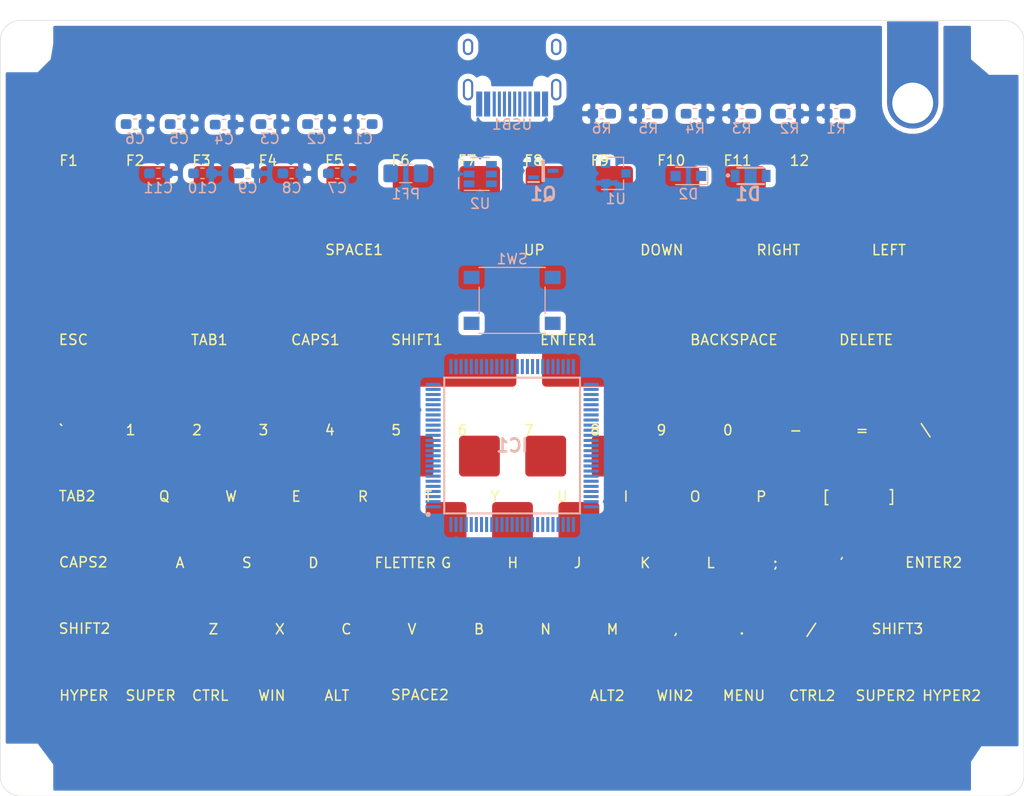
<source format=kicad_pcb>
(kicad_pcb (version 20171130) (host pcbnew "(5.1.2-1)-1")
  (layers (0 F.Cu signal) (31 B.Cu signal) (34 B.Paste user) (35 F.Paste user) (36 B.SilkS user) (37 F.SilkS user) (38 B.Mask user) (39 F.Mask user) (44 Edge.Cuts user))
  (net 0 "")
  (net 1 +3V3)
  (net 2 GND)
  (net 3 +5V)
  (net 4 BOOTO)
  (net 5 NRST)
  (net 6 "Net-(D2-Pad2)")
  (net 7 "Net-(H1-Pad1)")
  (net 8 E1)
  (net 9 E0)
  (net 10 B9)
  (net 11 B8)
  (net 12 B7)
  (net 13 B6)
  (net 14 B5)
  (net 15 B4)
  (net 16 B3)
  (net 17 D7)
  (net 18 D6)
  (net 19 D5)
  (net 20 D4)
  (net 21 D3)
  (net 22 D2)
  (net 23 D1)
  (net 24 D0)
  (net 25 C12)
  (net 26 C11)
  (net 27 C10)
  (net 28 A15)
  (net 29 A14)
  (net 30 F6)
  (net 31 A13)
  (net 32 D+)
  (net 33 D-)
  (net 34 A10)
  (net 35 A9)
  (net 36 A8)
  (net 37 C9)
  (net 38 C8)
  (net 39 C7)
  (net 40 C6)
  (net 41 D15)
  (net 42 D14)
  (net 43 D13)
  (net 44 D12)
  (net 45 D11)
  (net 46 D10)
  (net 47 D9)
  (net 48 D8)
  (net 49 B15)
  (net 50 "Net-(IC1-Pad53)")
  (net 51 "Net-(IC1-Pad52)")
  (net 52 B12)
  (net 53 B11)
  (net 54 B10)
  (net 55 E15)
  (net 56 E14)
  (net 57 E13)
  (net 58 E12)
  (net 59 E11)
  (net 60 E10)
  (net 61 E9)
  (net 62 E8)
  (net 63 E7)
  (net 64 B2)
  (net 65 B1)
  (net 66 B0)
  (net 67 C5)
  (net 68 C4)
  (net 69 A7)
  (net 70 A6)
  (net 71 A5)
  (net 72 A4)
  (net 73 A3)
  (net 74 A2)
  (net 75 A1)
  (net 76 A0)
  (net 77 F3)
  (net 78 F2)
  (net 79 C3)
  (net 80 C2)
  (net 81 C1)
  (net 82 C0)
  (net 83 F1)
  (net 84 F0)
  (net 85 F10)
  (net 86 F9)
  (net 87 "Net-(IC1-Pad9)")
  (net 88 C14)
  (net 89 C13)
  (net 90 E6)
  (net 91 E5)
  (net 92 E4)
  (net 93 E3)
  (net 94 E2)
  (net 95 VBUS)
  (net 96 GNDREF)
  (net 97 "Net-(R5-Pad2)")
  (net 98 "Net-(R6-Pad2)")
  (net 99 "Net-(USB1-Pad3)")
  (net 100 "Net-(USB1-Pad9)")
  (module MountingHole:MountingHole_2.2mm_M2 (layer F.Cu) (at 114.4 137)
    (fp_text reference REF** hide)
    (fp_text value MountingHole_2.2mm_M2 hide)
    (pad 1 np_thru_hole circle (at 0 0) (size 2.2 2.2) (drill 2.2) (layers *.Cu *.Mask))
  )
  (module MountingHole:MountingHole_2.2mm_M2 (layer F.Cu) (at 114.4 66)
    (fp_text reference REF** hide)
    (fp_text value MountingHole_2.2mm_M2 hide)
    (pad 1 np_thru_hole circle (at 0 0) (size 2.2 2.2) (drill 2.2) (layers *.Cu *.Mask))
  )
  (module MountingHole:MountingHole_2.2mm_M2 (layer F.Cu) (at 209.7 137)
    (fp_text reference REF** hide)
    (fp_text value MountingHole_2.2mm_M2 hide)
    (pad 1 np_thru_hole circle (at 0 0) (size 2.2 2.2) (drill 2.2) (layers *.Cu *.Mask))
  )
  (module MountingHole:MountingHole_2.2mm_M2 (layer F.Cu) (at 209.7 66)
    (fp_text reference REF** hide)
    (fp_text value MountingHole_2.2mm_M2 hide)
    (pad 1 np_thru_hole circle (at 0 0) (size 2.2 2.2) (drill 2.2) (layers *.Cu *.Mask))
  )
  (module ckeys:Tiny-Touch-Pad-3u (layer F.Cu) (at 153.1882 85.4812)
    (fp_text reference SPACE1 (at -9.5482 0.4988) (layer F.SilkS) (effects (justify left)))
    (fp_text value Tiny-Touch-Pad hide)
    (pad 1 smd roundrect (at -0.8382 3.0988) (size 17 4) (layers F.Cu F.Paste F.Mask) (roundrect_rratio 0.1) (net 78 F2))
  )
  (module ckeys:Tiny-Touch-Pad-2u (layer F.Cu) (at 201.9328 76.595)
    (fp_text reference PAD13 hide)
    (fp_text value Tiny-Touch-Pad hide)
    (pad 1 smd roundrect (at -0.8128 3.175) (size 10.5 4) (layers F.Cu F.Paste F.Mask) (roundrect_rratio 0.1) (net 81 C1))
  )
  (module ckeys:Tiny-Touch-Pad (layer F.Cu) (at 120.4396 76.4018)
    (fp_text reference F1 (at -2.8448 0.8382) (layer F.SilkS) (effects (justify left)))
    (fp_text value Tiny-Touch-Pad hide)
    (pad 1 smd roundrect (at -0.6096 3.3782) (size 4 4) (layers F.Cu F.Paste F.Mask) (roundrect_rratio 0.1) (net 94 E2))
  )
  (module ckeys:Tiny-Touch-Pad-2.25u (layer F.Cu) (at 201.1228 94.2658)
    (fp_text reference DELETE (at -7.1228 0.5342) (layer F.SilkS) (effects (justify left)))
    (fp_text value Tiny-Touch-Pad hide)
    (pad 1 smd roundrect (at -0.8128 3.1242) (size 12.125 4) (layers F.Cu F.Paste F.Mask) (roundrect_rratio 0.1) (net 67 C5))
  )
  (module ckeys:Tiny-Touch-Pad-2.25u (layer F.Cu) (at 171.8628 94.2658)
    (fp_text reference ENTER1 (at -7.1628 0.5342) (layer F.SilkS) (effects (justify left)))
    (fp_text value Tiny-Touch-Pad hide)
    (pad 1 smd roundrect (at -0.8128 3.1242) (size 12.125 4) (layers F.Cu F.Paste F.Mask) (roundrect_rratio 0.1) (net 69 A7))
  )
  (module ckeys:Tiny-Touch-Pad-1.5u (layer F.Cu) (at 145.109 94.2304)
    (fp_text reference CAPS1 (at -4.809 0.5696) (layer F.SilkS) (effects (justify left)))
    (fp_text value Tiny-Touch-Pad hide)
    (pad 1 smd roundrect (at -0.889 3.1496) (size 7.25 4) (layers F.Cu F.Paste F.Mask) (roundrect_rratio 0.1) (net 71 A5))
  )
  (module ckeys:Tiny-Touch-Pad-1.5u (layer F.Cu) (at 135.349 94.2304)
    (fp_text reference TAB1 (at -4.849 0.5696) (layer F.SilkS) (effects (justify left)))
    (fp_text value Tiny-Touch-Pad hide)
    (pad 1 smd roundrect (at -0.889 3.1496) (size 7.25 4) (layers F.Cu F.Paste F.Mask) (roundrect_rratio 0.1) (net 72 A4))
  )
  (module ckeys:Tiny-Touch-Pad-1.75u (layer F.Cu) (at 202.565 85.4912)
    (fp_text reference LEFT (at -5.365 0.5088) (layer F.SilkS) (effects (justify left)))
    (fp_text value Tiny-Touch-Pad hide)
    (pad 1 smd roundrect (at -0.635 3.0988) (size 8.875 4) (layers F.Cu F.Paste F.Mask) (roundrect_rratio 0.1) (net 74 A2))
  )
  (module ckeys:Tiny-Touch-Pad-2u (layer F.Cu) (at 123.8928 94.205)
    (fp_text reference ESC (at -6.3528 0.585) (layer F.SilkS) (effects (justify left)))
    (fp_text value Tiny-Touch-Pad hide)
    (pad 1 smd roundrect (at -0.8128 3.175) (size 10.5 4) (layers F.Cu F.Paste F.Mask) (roundrect_rratio 0.1) (net 73 A3))
  )
  (module Button_Switch_SMD:SW_Push_1P1T_NO_6x6mm_H9.5mm (layer B.Cu) (at 162.052 90.932 180)
    (fp_text reference SW1 (at 0 4.05) (layer B.SilkS) (effects (justify mirror)))
    (fp_text value SW_Push)
    (pad 2 smd rect (at 3.975 -2.25 180) (size 1.55 1.3) (layers B.Cu B.Paste B.Mask) (net 6 "Net-(D2-Pad2)"))
    (pad 1 smd rect (at 3.975 2.25 180) (size 1.55 1.3) (layers B.Cu B.Paste B.Mask) (net 1 +3V3))
    (pad 1 smd rect (at -3.975 2.25 180) (size 1.55 1.3) (layers B.Cu B.Paste B.Mask) (net 1 +3V3))
    (pad 2 smd rect (at -3.975 -2.25 180) (size 1.55 1.3) (layers B.Cu B.Paste B.Mask) (net 6 "Net-(D2-Pad2)"))
  )
  (module Diode_SMD:D_SOD-323_HandSoldering (layer B.Cu) (at 179.324 78.74 180)
    (fp_text reference D2 (at 0 -1.778) (layer B.SilkS) (effects (justify mirror)))
    (fp_text value 1N4148)
    (pad 2 smd rect (at 1.25 0 180) (size 1 1) (layers B.Cu B.Paste B.Mask) (net 6 "Net-(D2-Pad2)"))
    (pad 1 smd rect (at -1.25 0 180) (size 1 1) (layers B.Cu B.Paste B.Mask) (net 4 BOOTO))
  )
  (module Type-C:HRO-TYPE-C-31-M-12-HandSoldering (layer B.Cu) (at 162.052 63.5)
    (fp_text reference USB1 (at 0 10.2) (layer B.SilkS) (effects (justify mirror)))
    (fp_text value HRO-TYPE-C-31-M-12)
    (pad 12 smd rect (at 3.225 8.195) (size 0.6 2.45) (layers B.Cu B.Paste B.Mask) (net 2 GND))
    (pad 1 smd rect (at -3.225 8.195) (size 0.6 2.45) (layers B.Cu B.Paste B.Mask) (net 2 GND))
    (pad 11 smd rect (at 2.45 8.195) (size 0.6 2.45) (layers B.Cu B.Paste B.Mask) (net 95 VBUS))
    (pad 2 smd rect (at -2.45 8.195) (size 0.6 2.45) (layers B.Cu B.Paste B.Mask) (net 95 VBUS))
    (pad 3 smd rect (at -1.75 8.195) (size 0.3 2.45) (layers B.Cu B.Paste B.Mask) (net 99 "Net-(USB1-Pad3)"))
    (pad 10 smd rect (at 1.75 8.195) (size 0.3 2.45) (layers B.Cu B.Paste B.Mask) (net 98 "Net-(R6-Pad2)"))
    (pad 4 smd rect (at -1.25 8.195) (size 0.3 2.45) (layers B.Cu B.Paste B.Mask) (net 97 "Net-(R5-Pad2)"))
    (pad 9 smd rect (at 1.25 8.195) (size 0.3 2.45) (layers B.Cu B.Paste B.Mask) (net 100 "Net-(USB1-Pad9)"))
    (pad 5 smd rect (at -0.75 8.195) (size 0.3 2.45) (layers B.Cu B.Paste B.Mask) (net 33 D-))
    (pad 8 smd rect (at 0.75 8.195) (size 0.3 2.45) (layers B.Cu B.Paste B.Mask) (net 32 D+))
    (pad 7 smd rect (at 0.25 8.195) (size 0.3 2.45) (layers B.Cu B.Paste B.Mask) (net 33 D-))
    (pad 6 smd rect (at -0.25 8.195) (size 0.3 2.45) (layers B.Cu B.Paste B.Mask) (net 32 D+))
    (pad "" np_thru_hole circle (at 2.89 6.25) (size 0.65 0.65) (drill 0.65) (layers *.Cu *.Mask))
    (pad "" np_thru_hole circle (at -2.89 6.25) (size 0.65 0.65) (drill 0.65) (layers *.Cu *.Mask))
    (pad 13 thru_hole oval (at -4.32 6.78) (size 1 2.1) (drill oval 0.6 1.7) (layers *.Cu F.Mask) (net 96 GNDREF))
    (pad 13 thru_hole oval (at 4.32 6.78) (size 1 2.1) (drill oval 0.6 1.7) (layers *.Cu F.Mask) (net 96 GNDREF))
    (pad 13 thru_hole oval (at -4.32 2.6) (size 1 1.6) (drill oval 0.6 1.2) (layers *.Cu F.Mask) (net 96 GNDREF))
    (pad 13 thru_hole oval (at 4.32 2.6) (size 1 1.6) (drill oval 0.6 1.2) (layers *.Cu F.Mask) (net 96 GNDREF))
  )
  (module Package_TO_SOT_SMD:SOT-23-6 (layer B.Cu) (at 158.92 78.552)
    (fp_text reference U2 (at 0 2.9) (layer B.SilkS) (effects (justify mirror)))
    (fp_text value SRV05-4)
    (pad 5 smd rect (at 1.1 0) (size 1.06 0.65) (layers B.Cu B.Paste B.Mask) (net 95 VBUS))
    (pad 6 smd rect (at 1.1 0.95) (size 1.06 0.65) (layers B.Cu B.Paste B.Mask) (net 32 D+))
    (pad 4 smd rect (at 1.1 -0.95) (size 1.06 0.65) (layers B.Cu B.Paste B.Mask) (net 33 D-))
    (pad 3 smd rect (at -1.1 -0.95) (size 1.06 0.65) (layers B.Cu B.Paste B.Mask) (net 32 D+))
    (pad 2 smd rect (at -1.1 0) (size 1.06 0.65) (layers B.Cu B.Paste B.Mask) (net 2 GND))
    (pad 1 smd rect (at -1.1 0.95) (size 1.06 0.65) (layers B.Cu B.Paste B.Mask) (net 33 D-))
  )
  (module Package_TO_SOT_SMD:SOT-23 (layer B.Cu) (at 172.212 78.486)
    (fp_text reference U1 (at 0 2.5) (layer B.SilkS) (effects (justify mirror)))
    (fp_text value MCP1700-3002E_SOT23)
    (pad 3 smd rect (at 1 0) (size 0.9 0.8) (layers B.Cu B.Paste B.Mask) (net 3 +5V))
    (pad 2 smd rect (at -1 -0.95) (size 0.9 0.8) (layers B.Cu B.Paste B.Mask) (net 1 +3V3))
    (pad 1 smd rect (at -1 0.95) (size 0.9 0.8) (layers B.Cu B.Paste B.Mask) (net 2 GND))
  )
  (module Resistor_SMD:R_0603_1608Metric_Pad1.05x0.95mm_HandSolder (layer B.Cu) (at 170.829 72.644)
    (fp_text reference R6 (at 0 1.43) (layer B.SilkS) (effects (justify mirror)))
    (fp_text value 5k1)
    (pad 2 smd roundrect (at 0.875 0) (size 1.05 0.95) (layers B.Cu B.Paste B.Mask) (net 98 "Net-(R6-Pad2)"))
    (pad 1 smd roundrect (at -0.875 0) (size 1.05 0.95) (layers B.Cu B.Paste B.Mask) (net 2 GND))
  )
  (module Resistor_SMD:R_0603_1608Metric_Pad1.05x0.95mm_HandSolder (layer B.Cu) (at 175.401 72.644)
    (fp_text reference R5 (at 0 1.43) (layer B.SilkS) (effects (justify mirror)))
    (fp_text value 5k1)
    (pad 2 smd roundrect (at 0.875 0) (size 1.05 0.95) (layers B.Cu B.Paste B.Mask) (net 97 "Net-(R5-Pad2)"))
    (pad 1 smd roundrect (at -0.875 0) (size 1.05 0.95) (layers B.Cu B.Paste B.Mask) (net 2 GND))
  )
  (module Resistor_SMD:R_0603_1608Metric_Pad1.05x0.95mm_HandSolder (layer B.Cu) (at 179.973 72.644)
    (fp_text reference R4 (at 0 1.43) (layer B.SilkS) (effects (justify mirror)))
    (fp_text value 100K)
    (pad 2 smd roundrect (at 0.875 0) (size 1.05 0.95) (layers B.Cu B.Paste B.Mask) (net 2 GND))
    (pad 1 smd roundrect (at -0.875 0) (size 1.05 0.95) (layers B.Cu B.Paste B.Mask) (net 4 BOOTO))
  )
  (module Resistor_SMD:R_0603_1608Metric_Pad1.05x0.95mm_HandSolder (layer B.Cu) (at 184.545 72.644)
    (fp_text reference R3 (at 0 1.43) (layer B.SilkS) (effects (justify mirror)))
    (fp_text value 1M)
    (pad 2 smd roundrect (at 0.875 0) (size 1.05 0.95) (layers B.Cu B.Paste B.Mask) (net 96 GNDREF))
    (pad 1 smd roundrect (at -0.875 0) (size 1.05 0.95) (layers B.Cu B.Paste B.Mask) (net 2 GND))
  )
  (module Resistor_SMD:R_0603_1608Metric_Pad1.05x0.95mm_HandSolder (layer B.Cu) (at 189.23 72.644)
    (fp_text reference R2 (at 0 1.43) (layer B.SilkS) (effects (justify mirror)))
    (fp_text value 100K)
    (pad 2 smd roundrect (at 0.875 0) (size 1.05 0.95) (layers B.Cu B.Paste B.Mask) (net 2 GND))
    (pad 1 smd roundrect (at -0.875 0) (size 1.05 0.95) (layers B.Cu B.Paste B.Mask) (net 1 +3V3))
  )
  (module Resistor_SMD:R_0603_1608Metric_Pad1.05x0.95mm_HandSolder (layer B.Cu) (at 193.802 72.644)
    (fp_text reference R1 (at 0 1.43) (layer B.SilkS) (effects (justify mirror)))
    (fp_text value 100K)
    (pad 2 smd roundrect (at 0.875 0) (size 1.05 0.95) (layers B.Cu B.Paste B.Mask) (net 3 +5V))
    (pad 1 smd roundrect (at -0.875 0) (size 1.05 0.95) (layers B.Cu B.Paste B.Mask) (net 2 GND))
  )
  (module ckeys:SOT65P210X100-3N (layer B.Cu) (at 165.1 78.232)
    (fp_text reference Q1 (at 0 2.286) (layer B.SilkS) (effects (font (size 1.27 1.27) (thickness 0.254)) (justify mirror)))
    (fp_text value DTC123J hide)
    (pad 3 smd rect (at 0.95 0 270) (size 0.4 1.05) (layers B.Cu B.Paste B.Mask) (net 5 NRST))
    (pad 2 smd rect (at -0.95 -0.65 270) (size 0.4 1.05) (layers B.Cu B.Paste B.Mask) (net 2 GND))
    (pad 1 smd rect (at -0.95 0.65 270) (size 0.4 1.05) (layers B.Cu B.Paste B.Mask) (net 6 "Net-(D2-Pad2)"))
  )
  (module Fuse:Fuse_1206_3216Metric_Pad1.42x1.75mm_HandSolder (layer B.Cu) (at 151.638 78.486)
    (fp_text reference PF1 (at 0 2.032) (layer B.SilkS) (effects (justify mirror)))
    (fp_text value 500mA)
    (pad 2 smd roundrect (at 1.4875 0) (size 1.425 1.75) (layers B.Cu B.Paste B.Mask) (roundrect_rratio 0.175439) (net 95 VBUS))
    (pad 1 smd roundrect (at -1.4875 0) (size 1.425 1.75) (layers B.Cu B.Paste B.Mask) (roundrect_rratio 0.175439) (net 3 +5V))
  )
  (module ckeys:Tiny-Touch-Pad (layer F.Cu) (at 204.9796 128.8218)
    (fp_text reference HYPER2 (at -2.8448 0.8382) (layer F.SilkS) (effects (justify left)))
    (fp_text value Tiny-Touch-Pad hide)
    (pad 1 smd roundrect (at -0.6096 3.3782) (size 4 4) (layers F.Cu F.Paste F.Mask) (roundrect_rratio 0.1) (net 13 B6))
  )
  (module ckeys:Tiny-Touch-Pad (layer F.Cu) (at 198.4496 128.8218)
    (fp_text reference SUPER2 (at -2.8448 0.8382) (layer F.SilkS) (effects (justify left)))
    (fp_text value Tiny-Touch-Pad hide)
    (pad 1 smd roundrect (at -0.6096 3.3782) (size 4 4) (layers F.Cu F.Paste F.Mask) (roundrect_rratio 0.1) (net 12 B7))
  )
  (module ckeys:Tiny-Touch-Pad (layer F.Cu) (at 191.9396 128.8218)
    (fp_text reference CTRL2 (at -2.8448 0.8382) (layer F.SilkS) (effects (justify left)))
    (fp_text value Tiny-Touch-Pad hide)
    (pad 1 smd roundrect (at -0.6096 3.3782) (size 4 4) (layers F.Cu F.Paste F.Mask) (roundrect_rratio 0.1) (net 11 B8))
  )
  (module ckeys:Tiny-Touch-Pad (layer F.Cu) (at 185.4396 128.8218)
    (fp_text reference MENU (at -2.8448 0.8382) (layer F.SilkS) (effects (justify left)))
    (fp_text value Tiny-Touch-Pad hide)
    (pad 1 smd roundrect (at -0.6096 3.3782) (size 4 4) (layers F.Cu F.Paste F.Mask) (roundrect_rratio 0.1) (net 8 E1))
  )
  (module ckeys:Tiny-Touch-Pad (layer F.Cu) (at 178.9396 128.8218)
    (fp_text reference WIN2 (at -2.8448 0.8382) (layer F.SilkS) (effects (justify left)))
    (fp_text value Tiny-Touch-Pad hide)
    (pad 1 smd roundrect (at -0.6096 3.3782) (size 4 4) (layers F.Cu F.Paste F.Mask) (roundrect_rratio 0.1) (net 10 B9))
  )
  (module ckeys:Tiny-Touch-Pad (layer F.Cu) (at 172.4296 128.8218)
    (fp_text reference ALT2 (at -2.8448 0.8382) (layer F.SilkS) (effects (justify left)))
    (fp_text value Tiny-Touch-Pad hide)
    (pad 1 smd roundrect (at -0.6096 3.3782) (size 4 4) (layers F.Cu F.Paste F.Mask) (roundrect_rratio 0.1) (net 9 E0))
  )
  (module ckeys:Tiny-Touch-Pad-3u (layer F.Cu) (at 159.6582 129.0912)
    (fp_text reference SPACE2 (at -9.5782 0.4988) (layer F.SilkS) (effects (justify left)))
    (fp_text value Tiny-Touch-Pad hide)
    (pad 1 smd roundrect (at -0.8382 3.0988) (size 17 4) (layers F.Cu F.Paste F.Mask) (roundrect_rratio 0.1) (net 78 F2))
  )
  (module ckeys:Tiny-Touch-Pad (layer F.Cu) (at 146.4196 128.8118)
    (fp_text reference ALT (at -2.8448 0.8382) (layer F.SilkS) (effects (justify left)))
    (fp_text value Tiny-Touch-Pad hide)
    (pad 1 smd roundrect (at -0.6096 3.3782) (size 4 4) (layers F.Cu F.Paste F.Mask) (roundrect_rratio 0.1) (net 9 E0))
  )
  (module ckeys:Tiny-Touch-Pad (layer F.Cu) (at 139.9196 128.8118)
    (fp_text reference WIN (at -2.8448 0.8382) (layer F.SilkS) (effects (justify left)))
    (fp_text value Tiny-Touch-Pad hide)
    (pad 1 smd roundrect (at -0.6096 3.3782) (size 4 4) (layers F.Cu F.Paste F.Mask) (roundrect_rratio 0.1) (net 10 B9))
  )
  (module ckeys:Tiny-Touch-Pad (layer F.Cu) (at 133.4296 128.8118)
    (fp_text reference CTRL (at -2.8448 0.8382) (layer F.SilkS) (effects (justify left)))
    (fp_text value Tiny-Touch-Pad hide)
    (pad 1 smd roundrect (at -0.6096 3.3782) (size 4 4) (layers F.Cu F.Paste F.Mask) (roundrect_rratio 0.1) (net 11 B8))
  )
  (module ckeys:Tiny-Touch-Pad (layer F.Cu) (at 126.9296 128.8118)
    (fp_text reference SUPER (at -2.8448 0.8382) (layer F.SilkS) (effects (justify left)))
    (fp_text value Tiny-Touch-Pad hide)
    (pad 1 smd roundrect (at -0.6096 3.3782) (size 4 4) (layers F.Cu F.Paste F.Mask) (roundrect_rratio 0.1) (net 12 B7))
  )
  (module ckeys:Tiny-Touch-Pad (layer F.Cu) (at 120.4296 128.8118)
    (fp_text reference HYPER (at -2.8448 0.8382) (layer F.SilkS) (effects (justify left)))
    (fp_text value Tiny-Touch-Pad hide)
    (pad 1 smd roundrect (at -0.6096 3.3782) (size 4 4) (layers F.Cu F.Paste F.Mask) (roundrect_rratio 0.1) (net 13 B6))
  )
  (module ckeys:Tiny-Touch-Pad-1.75u (layer F.Cu) (at 202.565 122.5912)
    (fp_text reference SHIFT3 (at -5.375 0.5288) (layer F.SilkS) (effects (justify left)))
    (fp_text value Tiny-Touch-Pad hide)
    (pad 1 smd roundrect (at -0.635 3.0988) (size 8.875 4) (layers F.Cu F.Paste F.Mask) (roundrect_rratio 0.1) (net 70 A6))
  )
  (module ckeys:Tiny-Touch-Pad (layer F.Cu) (at 193.5896 122.32)
    (fp_text reference / (at -2.8448 0.8382) (layer F.SilkS) (effects (justify left)))
    (fp_text value Tiny-Touch-Pad hide)
    (pad 1 smd roundrect (at -0.6096 3.3782) (size 4 4) (layers F.Cu F.Paste F.Mask) (roundrect_rratio 0.1) (net 14 B5))
  )
  (module ckeys:Tiny-Touch-Pad (layer F.Cu) (at 187.0696 122.3218)
    (fp_text reference . (at -2.8448 0.8382) (layer F.SilkS) (effects (justify left)))
    (fp_text value Tiny-Touch-Pad hide)
    (pad 1 smd roundrect (at -0.6096 3.3782) (size 4 4) (layers F.Cu F.Paste F.Mask) (roundrect_rratio 0.1) (net 15 B4))
  )
  (module ckeys:Tiny-Touch-Pad (layer F.Cu) (at 180.5696 122.3218)
    (fp_text reference , (at -2.8448 0.8382) (layer F.SilkS) (effects (justify left)))
    (fp_text value Tiny-Touch-Pad hide)
    (pad 1 smd roundrect (at -0.6096 3.3782) (size 4 4) (layers F.Cu F.Paste F.Mask) (roundrect_rratio 0.1) (net 16 B3))
  )
  (module ckeys:Tiny-Touch-Pad (layer F.Cu) (at 174.0596 122.3218)
    (fp_text reference M (at -2.8448 0.8382) (layer F.SilkS) (effects (justify left)))
    (fp_text value Tiny-Touch-Pad hide)
    (pad 1 smd roundrect (at -0.6096 3.3782) (size 4 4) (layers F.Cu F.Paste F.Mask) (roundrect_rratio 0.1) (net 17 D7))
  )
  (module ckeys:Tiny-Touch-Pad (layer F.Cu) (at 167.5596 122.3118)
    (fp_text reference N (at -2.8448 0.8382) (layer F.SilkS) (effects (justify left)))
    (fp_text value Tiny-Touch-Pad hide)
    (pad 1 smd roundrect (at -0.6096 3.3782) (size 4 4) (layers F.Cu F.Paste F.Mask) (roundrect_rratio 0.1) (net 18 D6))
  )
  (module ckeys:Tiny-Touch-Pad (layer F.Cu) (at 161.0596 122.3118)
    (fp_text reference B (at -2.8448 0.8382) (layer F.SilkS) (effects (justify left)))
    (fp_text value Tiny-Touch-Pad hide)
    (pad 1 smd roundrect (at -0.6096 3.3782) (size 4 4) (layers F.Cu F.Paste F.Mask) (roundrect_rratio 0.1) (net 19 D5))
  )
  (module ckeys:Tiny-Touch-Pad (layer F.Cu) (at 154.5596 122.3118)
    (fp_text reference V (at -2.8448 0.8382) (layer F.SilkS) (effects (justify left)))
    (fp_text value Tiny-Touch-Pad hide)
    (pad 1 smd roundrect (at -0.6096 3.3782) (size 4 4) (layers F.Cu F.Paste F.Mask) (roundrect_rratio 0.1) (net 20 D4))
  )
  (module ckeys:Tiny-Touch-Pad (layer F.Cu) (at 148.0596 122.3118)
    (fp_text reference C (at -2.8448 0.8382) (layer F.SilkS) (effects (justify left)))
    (fp_text value Tiny-Touch-Pad hide)
    (pad 1 smd roundrect (at -0.6096 3.3782) (size 4 4) (layers F.Cu F.Paste F.Mask) (roundrect_rratio 0.1) (net 21 D3))
  )
  (module ckeys:Tiny-Touch-Pad (layer F.Cu) (at 141.5596 122.3118)
    (fp_text reference X (at -2.8448 0.8382) (layer F.SilkS) (effects (justify left)))
    (fp_text value Tiny-Touch-Pad hide)
    (pad 1 smd roundrect (at -0.6096 3.3782) (size 4 4) (layers F.Cu F.Paste F.Mask) (roundrect_rratio 0.1) (net 22 D2))
  )
  (module ckeys:Tiny-Touch-Pad (layer F.Cu) (at 135.0596 122.3118)
    (fp_text reference Z (at -2.8448 0.8382) (layer F.SilkS) (effects (justify left)))
    (fp_text value Tiny-Touch-Pad hide)
    (pad 1 smd roundrect (at -0.6096 3.3782) (size 4 4) (layers F.Cu F.Paste F.Mask) (roundrect_rratio 0.1) (net 23 D1))
  )
  (module ckeys:Tiny-Touch-Pad-2.25u (layer F.Cu) (at 124.7028 122.5658)
    (fp_text reference SHIFT2 (at -7.1728 0.5242) (layer F.SilkS) (effects (justify left)))
    (fp_text value Tiny-Touch-Pad hide)
    (pad 1 smd roundrect (at -0.8128 3.1242) (size 12.125 4) (layers F.Cu F.Paste F.Mask) (roundrect_rratio 0.1) (net 70 A6))
  )
  (module ckeys:Tiny-Touch-Pad-1.25u (layer F.Cu) (at 204.3728 115.9234)
    (fp_text reference ENTER2 (at -3.9028 0.6966) (layer F.SilkS) (effects (justify left)))
    (fp_text value Tiny-Touch-Pad hide)
    (pad 1 smd roundrect (at -0.8128 3.2766) (size 5.625 4) (layers F.Cu F.Paste F.Mask) (roundrect_rratio 0.1) (net 69 A7))
  )
  (module ckeys:Tiny-Touch-Pad (layer F.Cu) (at 196.8496 115.8218)
    (fp_text reference ' (at -2.8448 0.8382) (layer F.SilkS) (effects (justify left)))
    (fp_text value Tiny-Touch-Pad hide)
    (pad 1 smd roundrect (at -0.6096 3.3782) (size 4 4) (layers F.Cu F.Paste F.Mask) (roundrect_rratio 0.1) (net 24 D0))
  )
  (module ckeys:Tiny-Touch-Pad (layer F.Cu) (at 190.3496 115.8218)
    (fp_text reference ; (at -2.8448 0.8382) (layer F.SilkS) (effects (justify left)))
    (fp_text value Tiny-Touch-Pad hide)
    (pad 1 smd roundrect (at -0.6096 3.3782) (size 4 4) (layers F.Cu F.Paste F.Mask) (roundrect_rratio 0.1) (net 25 C12))
  )
  (module ckeys:Tiny-Touch-Pad (layer F.Cu) (at 183.8396 115.8218)
    (fp_text reference L (at -2.8448 0.8382) (layer F.SilkS) (effects (justify left)))
    (fp_text value Tiny-Touch-Pad hide)
    (pad 1 smd roundrect (at -0.6096 3.3782) (size 4 4) (layers F.Cu F.Paste F.Mask) (roundrect_rratio 0.1) (net 26 C11))
  )
  (module ckeys:Tiny-Touch-Pad (layer F.Cu) (at 177.3396 115.8218)
    (fp_text reference K (at -2.8448 0.8382) (layer F.SilkS) (effects (justify left)))
    (fp_text value Tiny-Touch-Pad hide)
    (pad 1 smd roundrect (at -0.6096 3.3782) (size 4 4) (layers F.Cu F.Paste F.Mask) (roundrect_rratio 0.1) (net 27 C10))
  )
  (module ckeys:Tiny-Touch-Pad (layer F.Cu) (at 170.8396 115.8118)
    (fp_text reference J (at -2.8448 0.8382) (layer F.SilkS) (effects (justify left)))
    (fp_text value Tiny-Touch-Pad hide)
    (pad 1 smd roundrect (at -0.6096 3.3782) (size 4 4) (layers F.Cu F.Paste F.Mask) (roundrect_rratio 0.1) (net 30 F6))
  )
  (module ckeys:Tiny-Touch-Pad (layer F.Cu) (at 164.3396 115.8118)
    (fp_text reference H (at -2.8448 0.8382) (layer F.SilkS) (effects (justify left)))
    (fp_text value Tiny-Touch-Pad hide)
    (pad 1 smd roundrect (at -0.6096 3.3782) (size 4 4) (layers F.Cu F.Paste F.Mask) (roundrect_rratio 0.1) (net 31 A13))
  )
  (module ckeys:Tiny-Touch-Pad (layer F.Cu) (at 157.8296 115.8118)
    (fp_text reference G (at -2.8448 0.8382) (layer F.SilkS) (effects (justify left)))
    (fp_text value Tiny-Touch-Pad hide)
    (pad 1 smd roundrect (at -0.6096 3.3782) (size 4 4) (layers F.Cu F.Paste F.Mask) (roundrect_rratio 0.1) (net 34 A10))
  )
  (module ckeys:Tiny-Touch-Pad (layer F.Cu) (at 151.3296 115.8118)
    (fp_text reference FLETTER (at -2.8448 0.8382) (layer F.SilkS) (effects (justify left)))
    (fp_text value Tiny-Touch-Pad hide)
    (pad 1 smd roundrect (at -0.6096 3.3782) (size 4 4) (layers F.Cu F.Paste F.Mask) (roundrect_rratio 0.1) (net 35 A9))
  )
  (module ckeys:Tiny-Touch-Pad (layer F.Cu) (at 144.8296 115.8118)
    (fp_text reference D (at -2.8448 0.8382) (layer F.SilkS) (effects (justify left)))
    (fp_text value Tiny-Touch-Pad hide)
    (pad 1 smd roundrect (at -0.6096 3.3782) (size 4 4) (layers F.Cu F.Paste F.Mask) (roundrect_rratio 0.1) (net 36 A8))
  )
  (module ckeys:Tiny-Touch-Pad (layer F.Cu) (at 138.3296 115.8018)
    (fp_text reference S (at -2.8448 0.8382) (layer F.SilkS) (effects (justify left)))
    (fp_text value Tiny-Touch-Pad hide)
    (pad 1 smd roundrect (at -0.6096 3.3782) (size 4 4) (layers F.Cu F.Paste F.Mask) (roundrect_rratio 0.1) (net 37 C9))
  )
  (module ckeys:Tiny-Touch-Pad (layer F.Cu) (at 131.8296 115.8018)
    (fp_text reference A (at -2.8448 0.8382) (layer F.SilkS) (effects (justify left)))
    (fp_text value Tiny-Touch-Pad hide)
    (pad 1 smd roundrect (at -0.6096 3.3782) (size 4 4) (layers F.Cu F.Paste F.Mask) (roundrect_rratio 0.1) (net 38 C8))
  )
  (module ckeys:Tiny-Touch-Pad-1.75u (layer F.Cu) (at 122.905 116.0812)
    (fp_text reference CAPS2 (at -5.35 0.51) (layer F.SilkS) (effects (justify left)))
    (fp_text value Tiny-Touch-Pad hide)
    (pad 1 smd roundrect (at -0.635 3.0988) (size 8.875 4) (layers F.Cu F.Paste F.Mask) (roundrect_rratio 0.1) (net 71 A5))
  )
  (module ckeys:Tiny-Touch-Pad-1.5u (layer F.Cu) (at 203.639 109.5504)
    (fp_text reference ] (at -4.8 0.57) (layer F.SilkS) (effects (justify left)))
    (fp_text value Tiny-Touch-Pad hide)
    (pad 1 smd roundrect (at -0.889 3.1496) (size 7.25 4) (layers F.Cu F.Paste F.Mask) (roundrect_rratio 0.1) (net 39 C7))
  )
  (module ckeys:Tiny-Touch-Pad (layer F.Cu) (at 195.2096 109.3218)
    (fp_text reference [ (at -2.8448 0.8382) (layer F.SilkS) (effects (justify left)))
    (fp_text value Tiny-Touch-Pad hide)
    (pad 1 smd roundrect (at -0.6096 3.3782) (size 4 4) (layers F.Cu F.Paste F.Mask) (roundrect_rratio 0.1) (net 40 C6))
  )
  (module ckeys:Tiny-Touch-Pad (layer F.Cu) (at 188.7096 109.3218)
    (fp_text reference P (at -2.8448 0.8382) (layer F.SilkS) (effects (justify left)))
    (fp_text value Tiny-Touch-Pad hide)
    (pad 1 smd roundrect (at -0.6096 3.3782) (size 4 4) (layers F.Cu F.Paste F.Mask) (roundrect_rratio 0.1) (net 41 D15))
  )
  (module ckeys:Tiny-Touch-Pad (layer F.Cu) (at 182.2096 109.3218)
    (fp_text reference O (at -2.8448 0.8382) (layer F.SilkS) (effects (justify left)))
    (fp_text value Tiny-Touch-Pad hide)
    (pad 1 smd roundrect (at -0.6096 3.3782) (size 4 4) (layers F.Cu F.Paste F.Mask) (roundrect_rratio 0.1) (net 42 D14))
  )
  (module ckeys:Tiny-Touch-Pad (layer F.Cu) (at 175.7096 109.3118)
    (fp_text reference I (at -2.8448 0.8382) (layer F.SilkS) (effects (justify left)))
    (fp_text value Tiny-Touch-Pad hide)
    (pad 1 smd roundrect (at -0.6096 3.3782) (size 4 4) (layers F.Cu F.Paste F.Mask) (roundrect_rratio 0.1) (net 43 D13))
  )
  (module ckeys:Tiny-Touch-Pad (layer F.Cu) (at 169.1996 109.3118)
    (fp_text reference U (at -2.8448 0.8382) (layer F.SilkS) (effects (justify left)))
    (fp_text value Tiny-Touch-Pad hide)
    (pad 1 smd roundrect (at -0.6096 3.3782) (size 4 4) (layers F.Cu F.Paste F.Mask) (roundrect_rratio 0.1) (net 44 D12))
  )
  (module ckeys:Tiny-Touch-Pad (layer F.Cu) (at 162.6996 109.3118)
    (fp_text reference Y (at -2.8448 0.8382) (layer F.SilkS) (effects (justify left)))
    (fp_text value Tiny-Touch-Pad hide)
    (pad 1 smd roundrect (at -0.6096 3.3782) (size 4 4) (layers F.Cu F.Paste F.Mask) (roundrect_rratio 0.1) (net 45 D11))
  )
  (module ckeys:Tiny-Touch-Pad (layer F.Cu) (at 156.1896 109.3118)
    (fp_text reference T (at -2.8448 0.8382) (layer F.SilkS) (effects (justify left)))
    (fp_text value Tiny-Touch-Pad hide)
    (pad 1 smd roundrect (at -0.6096 3.3782) (size 4 4) (layers F.Cu F.Paste F.Mask) (roundrect_rratio 0.1) (net 46 D10))
  )
  (module ckeys:Tiny-Touch-Pad (layer F.Cu) (at 149.6896 109.3118)
    (fp_text reference R (at -2.8448 0.8382) (layer F.SilkS) (effects (justify left)))
    (fp_text value Tiny-Touch-Pad hide)
    (pad 1 smd roundrect (at -0.6096 3.3782) (size 4 4) (layers F.Cu F.Paste F.Mask) (roundrect_rratio 0.1) (net 47 D9))
  )
  (module ckeys:Tiny-Touch-Pad (layer F.Cu) (at 143.1896 109.3118)
    (fp_text reference E (at -2.8448 0.8382) (layer F.SilkS) (effects (justify left)))
    (fp_text value Tiny-Touch-Pad hide)
    (pad 1 smd roundrect (at -0.6096 3.3782) (size 4 4) (layers F.Cu F.Paste F.Mask) (roundrect_rratio 0.1) (net 48 D8))
  )
  (module ckeys:Tiny-Touch-Pad (layer F.Cu) (at 136.6896 109.3018)
    (fp_text reference W (at -2.8448 0.8382) (layer F.SilkS) (effects (justify left)))
    (fp_text value Tiny-Touch-Pad hide)
    (pad 1 smd roundrect (at -0.6096 3.3782) (size 4 4) (layers F.Cu F.Paste F.Mask) (roundrect_rratio 0.1) (net 49 B15))
  )
  (module ckeys:Tiny-Touch-Pad (layer F.Cu) (at 130.1896 109.3018)
    (fp_text reference Q (at -2.8448 0.8382) (layer F.SilkS) (effects (justify left)))
    (fp_text value Tiny-Touch-Pad hide)
    (pad 1 smd roundrect (at -0.6096 3.3782) (size 4 4) (layers F.Cu F.Paste F.Mask) (roundrect_rratio 0.1) (net 52 B12))
  )
  (module ckeys:Tiny-Touch-Pad-1.5u (layer F.Cu) (at 122.34 109.53)
    (fp_text reference TAB2 (at -4.79 0.58) (layer F.SilkS) (effects (justify left)))
    (fp_text value Tiny-Touch-Pad hide)
    (pad 1 smd roundrect (at -0.889 3.1496) (size 7.25 4) (layers F.Cu F.Paste F.Mask) (roundrect_rratio 0.1) (net 72 A4))
  )
  (module ckeys:Tiny-Touch-Pad (layer F.Cu) (at 204.9796 102.8118)
    (fp_text reference \ (at -2.8448 0.8382) (layer F.SilkS) (effects (justify left)))
    (fp_text value Tiny-Touch-Pad hide)
    (pad 1 smd roundrect (at -0.6096 3.3782) (size 4 4) (layers F.Cu F.Paste F.Mask) (roundrect_rratio 0.1) (net 53 B11))
  )
  (module ckeys:Tiny-Touch-Pad (layer F.Cu) (at 198.4696 102.8118)
    (fp_text reference = (at -2.8448 0.8382) (layer F.SilkS) (effects (justify left)))
    (fp_text value Tiny-Touch-Pad hide)
    (pad 1 smd roundrect (at -0.6096 3.3782) (size 4 4) (layers F.Cu F.Paste F.Mask) (roundrect_rratio 0.1) (net 54 B10))
  )
  (module ckeys:Tiny-Touch-Pad (layer F.Cu) (at 191.9696 102.8118)
    (fp_text reference - (at -2.8448 0.8382) (layer F.SilkS) (effects (justify left)))
    (fp_text value Tiny-Touch-Pad hide)
    (pad 1 smd roundrect (at -0.6096 3.3782) (size 4 4) (layers F.Cu F.Paste F.Mask) (roundrect_rratio 0.1) (net 55 E15))
  )
  (module ckeys:Tiny-Touch-Pad (layer F.Cu) (at 185.4596 102.8118)
    (fp_text reference 0 (at -2.8448 0.8382) (layer F.SilkS) (effects (justify left)))
    (fp_text value Tiny-Touch-Pad hide)
    (pad 1 smd roundrect (at -0.6096 3.3782) (size 4 4) (layers F.Cu F.Paste F.Mask) (roundrect_rratio 0.1) (net 56 E14))
  )
  (module ckeys:Tiny-Touch-Pad (layer F.Cu) (at 178.9496 102.8118)
    (fp_text reference 9 (at -2.8448 0.8382) (layer F.SilkS) (effects (justify left)))
    (fp_text value Tiny-Touch-Pad hide)
    (pad 1 smd roundrect (at -0.6096 3.3782) (size 4 4) (layers F.Cu F.Paste F.Mask) (roundrect_rratio 0.1) (net 57 E13))
  )
  (module ckeys:Tiny-Touch-Pad (layer F.Cu) (at 172.4496 102.8118)
    (fp_text reference 8 (at -2.8448 0.8382) (layer F.SilkS) (effects (justify left)))
    (fp_text value Tiny-Touch-Pad hide)
    (pad 1 smd roundrect (at -0.6096 3.3782) (size 4 4) (layers F.Cu F.Paste F.Mask) (roundrect_rratio 0.1) (net 58 E12))
  )
  (module ckeys:Tiny-Touch-Pad (layer F.Cu) (at 165.9496 102.8118)
    (fp_text reference 7 (at -2.8448 0.8382) (layer F.SilkS) (effects (justify left)))
    (fp_text value Tiny-Touch-Pad hide)
    (pad 1 smd roundrect (at -0.6096 3.3782) (size 4 4) (layers F.Cu F.Paste F.Mask) (roundrect_rratio 0.1) (net 59 E11))
  )
  (module ckeys:Tiny-Touch-Pad (layer F.Cu) (at 159.4596 102.8118)
    (fp_text reference 6 (at -2.8448 0.8382) (layer F.SilkS) (effects (justify left)))
    (fp_text value Tiny-Touch-Pad hide)
    (pad 1 smd roundrect (at -0.6096 3.3782) (size 4 4) (layers F.Cu F.Paste F.Mask) (roundrect_rratio 0.1) (net 60 E10))
  )
  (module ckeys:Tiny-Touch-Pad (layer F.Cu) (at 152.9596 102.8118)
    (fp_text reference 5 (at -2.8448 0.8382) (layer F.SilkS) (effects (justify left)))
    (fp_text value Tiny-Touch-Pad hide)
    (pad 1 smd roundrect (at -0.6096 3.3782) (size 4 4) (layers F.Cu F.Paste F.Mask) (roundrect_rratio 0.1) (net 61 E9))
  )
  (module ckeys:Tiny-Touch-Pad (layer F.Cu) (at 146.4596 102.8118)
    (fp_text reference 4 (at -2.8448 0.8382) (layer F.SilkS) (effects (justify left)))
    (fp_text value Tiny-Touch-Pad hide)
    (pad 1 smd roundrect (at -0.6096 3.3782) (size 4 4) (layers F.Cu F.Paste F.Mask) (roundrect_rratio 0.1) (net 62 E8))
  )
  (module ckeys:Tiny-Touch-Pad (layer F.Cu) (at 139.9596 102.8018)
    (fp_text reference 3 (at -2.8448 0.8382) (layer F.SilkS) (effects (justify left)))
    (fp_text value Tiny-Touch-Pad hide)
    (pad 1 smd roundrect (at -0.6096 3.3782) (size 4 4) (layers F.Cu F.Paste F.Mask) (roundrect_rratio 0.1) (net 63 E7))
  )
  (module ckeys:Tiny-Touch-Pad (layer F.Cu) (at 133.4496 102.8018)
    (fp_text reference 2 (at -2.8448 0.8382) (layer F.SilkS) (effects (justify left)))
    (fp_text value Tiny-Touch-Pad hide)
    (pad 1 smd roundrect (at -0.6096 3.3782) (size 4 4) (layers F.Cu F.Paste F.Mask) (roundrect_rratio 0.1) (net 64 B2))
  )
  (module ckeys:Tiny-Touch-Pad (layer F.Cu) (at 126.94 102.8)
    (fp_text reference 1 (at -2.8448 0.8382) (layer F.SilkS) (effects (justify left)))
    (fp_text value Tiny-Touch-Pad hide)
    (pad 1 smd roundrect (at -0.6096 3.3782) (size 4 4) (layers F.Cu F.Paste F.Mask) (roundrect_rratio 0.1) (net 65 B1))
  )
  (module ckeys:Tiny-Touch-Pad (layer F.Cu) (at 120.4396 102.8018)
    (fp_text reference ` (at -2.8448 0.8382) (layer F.SilkS) (effects (justify left)))
    (fp_text value Tiny-Touch-Pad hide)
    (pad 1 smd roundrect (at -0.6096 3.3782) (size 4 4) (layers F.Cu F.Paste F.Mask) (roundrect_rratio 0.1) (net 66 B0))
  )
  (module ckeys:Tiny-Touch-Pad-2.25u (layer F.Cu) (at 186.4928 94.2658)
    (fp_text reference BACKSPACE (at -7.0928 0.5342) (layer F.SilkS) (effects (justify left)))
    (fp_text value Tiny-Touch-Pad hide)
    (pad 1 smd roundrect (at -0.8128 3.1242) (size 12.125 4) (layers F.Cu F.Paste F.Mask) (roundrect_rratio 0.1) (net 68 C4))
  )
  (module ckeys:Tiny-Touch-Pad-2.25u (layer F.Cu) (at 157.22 94.2658)
    (fp_text reference SHIFT1 (at -7.12 0.5342) (layer F.SilkS) (effects (justify left)))
    (fp_text value Tiny-Touch-Pad hide)
    (pad 1 smd roundrect (at -0.8128 3.1242) (size 12.125 4) (layers F.Cu F.Paste F.Mask) (roundrect_rratio 0.1) (net 70 A6))
  )
  (module ckeys:Tiny-Touch-Pad-1.75u (layer F.Cu) (at 191.205 85.4912)
    (fp_text reference RIGHT (at -5.305 0.5088) (layer F.SilkS) (effects (justify left)))
    (fp_text value Tiny-Touch-Pad hide)
    (pad 1 smd roundrect (at -0.635 3.0988) (size 8.875 4) (layers F.Cu F.Paste F.Mask) (roundrect_rratio 0.1) (net 75 A1))
  )
  (module ckeys:Tiny-Touch-Pad-1.75u (layer F.Cu) (at 179.825 85.4912)
    (fp_text reference DOWN (at -5.325 0.5088) (layer F.SilkS) (effects (justify left)))
    (fp_text value Tiny-Touch-Pad hide)
    (pad 1 smd roundrect (at -0.635 3.0988) (size 8.875 4) (layers F.Cu F.Paste F.Mask) (roundrect_rratio 0.1) (net 76 A0))
  )
  (module ckeys:Tiny-Touch-Pad-1.75u (layer F.Cu) (at 168.44 85.49)
    (fp_text reference UP (at -5.34 0.51) (layer F.SilkS) (effects (justify left)))
    (fp_text value Tiny-Touch-Pad hide)
    (pad 1 smd roundrect (at -0.635 3.0988) (size 8.875 4) (layers F.Cu F.Paste F.Mask) (roundrect_rratio 0.1) (net 77 F3))
  )
  (module ckeys:Tiny-Touch-Pad-2u (layer F.Cu) (at 136.9128 85.405)
    (fp_text reference PAD15 hide)
    (fp_text value Tiny-Touch-Pad hide)
    (pad 1 smd roundrect (at -0.8128 3.175) (size 10.5 4) (layers F.Cu F.Paste F.Mask) (roundrect_rratio 0.1) (net 79 C3))
  )
  (module ckeys:Tiny-Touch-Pad-2u (layer F.Cu) (at 123.8928 85.405)
    (fp_text reference PAD14 hide)
    (fp_text value Tiny-Touch-Pad hide)
    (pad 1 smd roundrect (at -0.8128 3.175) (size 10.5 4) (layers F.Cu F.Paste F.Mask) (roundrect_rratio 0.1) (net 80 C2))
  )
  (module ckeys:Tiny-Touch-Pad (layer F.Cu) (at 191.9996 76.4018)
    (fp_text reference 12 (at -2.8448 0.8382) (layer F.SilkS) (effects (justify left)))
    (fp_text value Tiny-Touch-Pad hide)
    (pad 1 smd roundrect (at -0.6096 3.3782) (size 4 4) (layers F.Cu F.Paste F.Mask) (roundrect_rratio 0.1) (net 82 C0))
  )
  (module ckeys:Tiny-Touch-Pad (layer F.Cu) (at 185.5096 76.4018)
    (fp_text reference F11 (at -2.8448 0.8382) (layer F.SilkS) (effects (justify left)))
    (fp_text value Tiny-Touch-Pad hide)
    (pad 1 smd roundrect (at -0.6096 3.3782) (size 4 4) (layers F.Cu F.Paste F.Mask) (roundrect_rratio 0.1) (net 83 F1))
  )
  (module ckeys:Tiny-Touch-Pad (layer F.Cu) (at 179.0096 76.3918)
    (fp_text reference F10 (at -2.8448 0.8382) (layer F.SilkS) (effects (justify left)))
    (fp_text value Tiny-Touch-Pad hide)
    (pad 1 smd roundrect (at -0.6096 3.3782) (size 4 4) (layers F.Cu F.Paste F.Mask) (roundrect_rratio 0.1) (net 84 F0))
  )
  (module ckeys:Tiny-Touch-Pad (layer F.Cu) (at 172.4996 76.3918)
    (fp_text reference F9 (at -2.8448 0.8382) (layer F.SilkS) (effects (justify left)))
    (fp_text value Tiny-Touch-Pad hide)
    (pad 1 smd roundrect (at -0.6096 3.3782) (size 4 4) (layers F.Cu F.Paste F.Mask) (roundrect_rratio 0.1) (net 85 F10))
  )
  (module ckeys:Tiny-Touch-Pad (layer F.Cu) (at 165.9896 76.3918)
    (fp_text reference F8 (at -2.8448 0.8382) (layer F.SilkS) (effects (justify left)))
    (fp_text value Tiny-Touch-Pad hide)
    (pad 1 smd roundrect (at -0.6096 3.3782) (size 4 4) (layers F.Cu F.Paste F.Mask) (roundrect_rratio 0.1) (net 86 F9))
  )
  (module ckeys:Tiny-Touch-Pad (layer F.Cu) (at 159.4796 76.3918)
    (fp_text reference F7 (at -2.8448 0.8382) (layer F.SilkS) (effects (justify left)))
    (fp_text value Tiny-Touch-Pad hide)
    (pad 1 smd roundrect (at -0.6096 3.3782) (size 4 4) (layers F.Cu F.Paste F.Mask) (roundrect_rratio 0.1) (net 88 C14))
  )
  (module ckeys:Tiny-Touch-Pad (layer F.Cu) (at 152.9696 76.3918)
    (fp_text reference F6 (at -2.8448 0.8382) (layer F.SilkS) (effects (justify left)))
    (fp_text value Tiny-Touch-Pad hide)
    (pad 1 smd roundrect (at -0.6096 3.3782) (size 4 4) (layers F.Cu F.Paste F.Mask) (roundrect_rratio 0.1) (net 89 C13))
  )
  (module ckeys:Tiny-Touch-Pad (layer F.Cu) (at 146.4696 76.3918)
    (fp_text reference F5 (at -2.8448 0.8382) (layer F.SilkS) (effects (justify left)))
    (fp_text value Tiny-Touch-Pad hide)
    (pad 1 smd roundrect (at -0.6096 3.3782) (size 4 4) (layers F.Cu F.Paste F.Mask) (roundrect_rratio 0.1) (net 90 E6))
  )
  (module ckeys:Tiny-Touch-Pad (layer F.Cu) (at 139.9596 76.4018)
    (fp_text reference F4 (at -2.8448 0.8382) (layer F.SilkS) (effects (justify left)))
    (fp_text value Tiny-Touch-Pad hide)
    (pad 1 smd roundrect (at -0.6096 3.3782) (size 4 4) (layers F.Cu F.Paste F.Mask) (roundrect_rratio 0.1) (net 91 E5))
  )
  (module ckeys:Tiny-Touch-Pad (layer F.Cu) (at 133.4596 76.4018)
    (fp_text reference F3 (at -2.8448 0.8382) (layer F.SilkS) (effects (justify left)))
    (fp_text value Tiny-Touch-Pad hide)
    (pad 1 smd roundrect (at -0.6096 3.3782) (size 4 4) (layers F.Cu F.Paste F.Mask) (roundrect_rratio 0.1) (net 92 E4))
  )
  (module ckeys:Tiny-Touch-Pad (layer F.Cu) (at 126.95 76.4018)
    (fp_text reference F2 (at -2.8448 0.8382) (layer F.SilkS) (effects (justify left)))
    (fp_text value Tiny-Touch-Pad hide)
    (pad 1 smd roundrect (at -0.6096 3.3782) (size 4 4) (layers F.Cu F.Paste F.Mask) (roundrect_rratio 0.1) (net 93 E3))
  )
  (module ckeys:QFP50P1600X1600X160-100N (layer B.Cu) (at 162.052 105.156)
    (fp_text reference IC1 (at 0 0) (layer B.SilkS) (effects (font (size 1.27 1.27) (thickness 0.254)) (justify mirror)))
    (fp_text value STM32F072VBT6 hide)
    (pad 100 smd rect (at -6 7.738) (size 0.3 1.475) (layers B.Cu B.Paste B.Mask) (net 1 +3V3))
    (pad 99 smd rect (at -5.5 7.738) (size 0.3 1.475) (layers B.Cu B.Paste B.Mask) (net 2 GND))
    (pad 98 smd rect (at -5 7.738) (size 0.3 1.475) (layers B.Cu B.Paste B.Mask) (net 8 E1))
    (pad 97 smd rect (at -4.5 7.738) (size 0.3 1.475) (layers B.Cu B.Paste B.Mask) (net 9 E0))
    (pad 96 smd rect (at -4 7.738) (size 0.3 1.475) (layers B.Cu B.Paste B.Mask) (net 10 B9))
    (pad 95 smd rect (at -3.5 7.738) (size 0.3 1.475) (layers B.Cu B.Paste B.Mask) (net 11 B8))
    (pad 94 smd rect (at -3 7.738) (size 0.3 1.475) (layers B.Cu B.Paste B.Mask) (net 4 BOOTO))
    (pad 93 smd rect (at -2.5 7.738) (size 0.3 1.475) (layers B.Cu B.Paste B.Mask) (net 12 B7))
    (pad 92 smd rect (at -2 7.738) (size 0.3 1.475) (layers B.Cu B.Paste B.Mask) (net 13 B6))
    (pad 91 smd rect (at -1.5 7.738) (size 0.3 1.475) (layers B.Cu B.Paste B.Mask) (net 14 B5))
    (pad 90 smd rect (at -1 7.738) (size 0.3 1.475) (layers B.Cu B.Paste B.Mask) (net 15 B4))
    (pad 89 smd rect (at -0.5 7.738) (size 0.3 1.475) (layers B.Cu B.Paste B.Mask) (net 16 B3))
    (pad 88 smd rect (at 0 7.738) (size 0.3 1.475) (layers B.Cu B.Paste B.Mask) (net 17 D7))
    (pad 87 smd rect (at 0.5 7.738) (size 0.3 1.475) (layers B.Cu B.Paste B.Mask) (net 18 D6))
    (pad 86 smd rect (at 1 7.738) (size 0.3 1.475) (layers B.Cu B.Paste B.Mask) (net 19 D5))
    (pad 85 smd rect (at 1.5 7.738) (size 0.3 1.475) (layers B.Cu B.Paste B.Mask) (net 20 D4))
    (pad 84 smd rect (at 2 7.738) (size 0.3 1.475) (layers B.Cu B.Paste B.Mask) (net 21 D3))
    (pad 83 smd rect (at 2.5 7.738) (size 0.3 1.475) (layers B.Cu B.Paste B.Mask) (net 22 D2))
    (pad 82 smd rect (at 3 7.738) (size 0.3 1.475) (layers B.Cu B.Paste B.Mask) (net 23 D1))
    (pad 81 smd rect (at 3.5 7.738) (size 0.3 1.475) (layers B.Cu B.Paste B.Mask) (net 24 D0))
    (pad 80 smd rect (at 4 7.738) (size 0.3 1.475) (layers B.Cu B.Paste B.Mask) (net 25 C12))
    (pad 79 smd rect (at 4.5 7.738) (size 0.3 1.475) (layers B.Cu B.Paste B.Mask) (net 26 C11))
    (pad 78 smd rect (at 5 7.738) (size 0.3 1.475) (layers B.Cu B.Paste B.Mask) (net 27 C10))
    (pad 77 smd rect (at 5.5 7.738) (size 0.3 1.475) (layers B.Cu B.Paste B.Mask) (net 28 A15))
    (pad 76 smd rect (at 6 7.738) (size 0.3 1.475) (layers B.Cu B.Paste B.Mask) (net 29 A14))
    (pad 75 smd rect (at 7.738 6 270) (size 0.3 1.475) (layers B.Cu B.Paste B.Mask) (net 1 +3V3))
    (pad 74 smd rect (at 7.738 5.5 270) (size 0.3 1.475) (layers B.Cu B.Paste B.Mask) (net 2 GND))
    (pad 73 smd rect (at 7.738 5 270) (size 0.3 1.475) (layers B.Cu B.Paste B.Mask) (net 30 F6))
    (pad 72 smd rect (at 7.738 4.5 270) (size 0.3 1.475) (layers B.Cu B.Paste B.Mask) (net 31 A13))
    (pad 71 smd rect (at 7.738 4 270) (size 0.3 1.475) (layers B.Cu B.Paste B.Mask) (net 32 D+))
    (pad 70 smd rect (at 7.738 3.5 270) (size 0.3 1.475) (layers B.Cu B.Paste B.Mask) (net 33 D-))
    (pad 69 smd rect (at 7.738 3 270) (size 0.3 1.475) (layers B.Cu B.Paste B.Mask) (net 34 A10))
    (pad 68 smd rect (at 7.738 2.5 270) (size 0.3 1.475) (layers B.Cu B.Paste B.Mask) (net 35 A9))
    (pad 67 smd rect (at 7.738 2 270) (size 0.3 1.475) (layers B.Cu B.Paste B.Mask) (net 36 A8))
    (pad 66 smd rect (at 7.738 1.5 270) (size 0.3 1.475) (layers B.Cu B.Paste B.Mask) (net 37 C9))
    (pad 65 smd rect (at 7.738 1 270) (size 0.3 1.475) (layers B.Cu B.Paste B.Mask) (net 38 C8))
    (pad 64 smd rect (at 7.738 0.5 270) (size 0.3 1.475) (layers B.Cu B.Paste B.Mask) (net 39 C7))
    (pad 63 smd rect (at 7.738 0 270) (size 0.3 1.475) (layers B.Cu B.Paste B.Mask) (net 40 C6))
    (pad 62 smd rect (at 7.738 -0.5 270) (size 0.3 1.475) (layers B.Cu B.Paste B.Mask) (net 41 D15))
    (pad 61 smd rect (at 7.738 -1 270) (size 0.3 1.475) (layers B.Cu B.Paste B.Mask) (net 42 D14))
    (pad 60 smd rect (at 7.738 -1.5 270) (size 0.3 1.475) (layers B.Cu B.Paste B.Mask) (net 43 D13))
    (pad 59 smd rect (at 7.738 -2 270) (size 0.3 1.475) (layers B.Cu B.Paste B.Mask) (net 44 D12))
    (pad 58 smd rect (at 7.738 -2.5 270) (size 0.3 1.475) (layers B.Cu B.Paste B.Mask) (net 45 D11))
    (pad 57 smd rect (at 7.738 -3 270) (size 0.3 1.475) (layers B.Cu B.Paste B.Mask) (net 46 D10))
    (pad 56 smd rect (at 7.738 -3.5 270) (size 0.3 1.475) (layers B.Cu B.Paste B.Mask) (net 47 D9))
    (pad 55 smd rect (at 7.738 -4 270) (size 0.3 1.475) (layers B.Cu B.Paste B.Mask) (net 48 D8))
    (pad 54 smd rect (at 7.738 -4.5 270) (size 0.3 1.475) (layers B.Cu B.Paste B.Mask) (net 49 B15))
    (pad 53 smd rect (at 7.738 -5 270) (size 0.3 1.475) (layers B.Cu B.Paste B.Mask) (net 50 "Net-(IC1-Pad53)"))
    (pad 52 smd rect (at 7.738 -5.5 270) (size 0.3 1.475) (layers B.Cu B.Paste B.Mask) (net 51 "Net-(IC1-Pad52)"))
    (pad 51 smd rect (at 7.738 -6 270) (size 0.3 1.475) (layers B.Cu B.Paste B.Mask) (net 52 B12))
    (pad 50 smd rect (at 6 -7.738) (size 0.3 1.475) (layers B.Cu B.Paste B.Mask) (net 1 +3V3))
    (pad 49 smd rect (at 5.5 -7.738) (size 0.3 1.475) (layers B.Cu B.Paste B.Mask) (net 2 GND))
    (pad 48 smd rect (at 5 -7.738) (size 0.3 1.475) (layers B.Cu B.Paste B.Mask) (net 53 B11))
    (pad 47 smd rect (at 4.5 -7.738) (size 0.3 1.475) (layers B.Cu B.Paste B.Mask) (net 54 B10))
    (pad 46 smd rect (at 4 -7.738) (size 0.3 1.475) (layers B.Cu B.Paste B.Mask) (net 55 E15))
    (pad 45 smd rect (at 3.5 -7.738) (size 0.3 1.475) (layers B.Cu B.Paste B.Mask) (net 56 E14))
    (pad 44 smd rect (at 3 -7.738) (size 0.3 1.475) (layers B.Cu B.Paste B.Mask) (net 57 E13))
    (pad 43 smd rect (at 2.5 -7.738) (size 0.3 1.475) (layers B.Cu B.Paste B.Mask) (net 58 E12))
    (pad 42 smd rect (at 2 -7.738) (size 0.3 1.475) (layers B.Cu B.Paste B.Mask) (net 59 E11))
    (pad 41 smd rect (at 1.5 -7.738) (size 0.3 1.475) (layers B.Cu B.Paste B.Mask) (net 60 E10))
    (pad 40 smd rect (at 1 -7.738) (size 0.3 1.475) (layers B.Cu B.Paste B.Mask) (net 61 E9))
    (pad 39 smd rect (at 0.5 -7.738) (size 0.3 1.475) (layers B.Cu B.Paste B.Mask) (net 62 E8))
    (pad 38 smd rect (at 0 -7.738) (size 0.3 1.475) (layers B.Cu B.Paste B.Mask) (net 63 E7))
    (pad 37 smd rect (at -0.5 -7.738) (size 0.3 1.475) (layers B.Cu B.Paste B.Mask) (net 64 B2))
    (pad 36 smd rect (at -1 -7.738) (size 0.3 1.475) (layers B.Cu B.Paste B.Mask) (net 65 B1))
    (pad 35 smd rect (at -1.5 -7.738) (size 0.3 1.475) (layers B.Cu B.Paste B.Mask) (net 66 B0))
    (pad 34 smd rect (at -2 -7.738) (size 0.3 1.475) (layers B.Cu B.Paste B.Mask) (net 67 C5))
    (pad 33 smd rect (at -2.5 -7.738) (size 0.3 1.475) (layers B.Cu B.Paste B.Mask) (net 68 C4))
    (pad 32 smd rect (at -3 -7.738) (size 0.3 1.475) (layers B.Cu B.Paste B.Mask) (net 69 A7))
    (pad 31 smd rect (at -3.5 -7.738) (size 0.3 1.475) (layers B.Cu B.Paste B.Mask) (net 70 A6))
    (pad 30 smd rect (at -4 -7.738) (size 0.3 1.475) (layers B.Cu B.Paste B.Mask) (net 71 A5))
    (pad 29 smd rect (at -4.5 -7.738) (size 0.3 1.475) (layers B.Cu B.Paste B.Mask) (net 72 A4))
    (pad 28 smd rect (at -5 -7.738) (size 0.3 1.475) (layers B.Cu B.Paste B.Mask) (net 1 +3V3))
    (pad 27 smd rect (at -5.5 -7.738) (size 0.3 1.475) (layers B.Cu B.Paste B.Mask) (net 2 GND))
    (pad 26 smd rect (at -6 -7.738) (size 0.3 1.475) (layers B.Cu B.Paste B.Mask) (net 73 A3))
    (pad 25 smd rect (at -7.738 -6 270) (size 0.3 1.475) (layers B.Cu B.Paste B.Mask) (net 74 A2))
    (pad 24 smd rect (at -7.738 -5.5 270) (size 0.3 1.475) (layers B.Cu B.Paste B.Mask) (net 75 A1))
    (pad 23 smd rect (at -7.738 -5 270) (size 0.3 1.475) (layers B.Cu B.Paste B.Mask) (net 76 A0))
    (pad 22 smd rect (at -7.738 -4.5 270) (size 0.3 1.475) (layers B.Cu B.Paste B.Mask) (net 77 F3))
    (pad 21 smd rect (at -7.738 -4 270) (size 0.3 1.475) (layers B.Cu B.Paste B.Mask) (net 1 +3V3))
    (pad 20 smd rect (at -7.738 -3.5 270) (size 0.3 1.475) (layers B.Cu B.Paste B.Mask) (net 2 GND))
    (pad 19 smd rect (at -7.738 -3 270) (size 0.3 1.475) (layers B.Cu B.Paste B.Mask) (net 78 F2))
    (pad 18 smd rect (at -7.738 -2.5 270) (size 0.3 1.475) (layers B.Cu B.Paste B.Mask) (net 79 C3))
    (pad 17 smd rect (at -7.738 -2 270) (size 0.3 1.475) (layers B.Cu B.Paste B.Mask) (net 80 C2))
    (pad 16 smd rect (at -7.738 -1.5 270) (size 0.3 1.475) (layers B.Cu B.Paste B.Mask) (net 81 C1))
    (pad 15 smd rect (at -7.738 -1 270) (size 0.3 1.475) (layers B.Cu B.Paste B.Mask) (net 82 C0))
    (pad 14 smd rect (at -7.738 -0.5 270) (size 0.3 1.475) (layers B.Cu B.Paste B.Mask) (net 5 NRST))
    (pad 13 smd rect (at -7.738 0 270) (size 0.3 1.475) (layers B.Cu B.Paste B.Mask) (net 83 F1))
    (pad 12 smd rect (at -7.738 0.5 270) (size 0.3 1.475) (layers B.Cu B.Paste B.Mask) (net 84 F0))
    (pad 11 smd rect (at -7.738 1 270) (size 0.3 1.475) (layers B.Cu B.Paste B.Mask) (net 85 F10))
    (pad 10 smd rect (at -7.738 1.5 270) (size 0.3 1.475) (layers B.Cu B.Paste B.Mask) (net 86 F9))
    (pad 9 smd rect (at -7.738 2 270) (size 0.3 1.475) (layers B.Cu B.Paste B.Mask) (net 87 "Net-(IC1-Pad9)"))
    (pad 8 smd rect (at -7.738 2.5 270) (size 0.3 1.475) (layers B.Cu B.Paste B.Mask) (net 88 C14))
    (pad 7 smd rect (at -7.738 3 270) (size 0.3 1.475) (layers B.Cu B.Paste B.Mask) (net 89 C13))
    (pad 6 smd rect (at -7.738 3.5 270) (size 0.3 1.475) (layers B.Cu B.Paste B.Mask) (net 1 +3V3))
    (pad 5 smd rect (at -7.738 4 270) (size 0.3 1.475) (layers B.Cu B.Paste B.Mask) (net 90 E6))
    (pad 4 smd rect (at -7.738 4.5 270) (size 0.3 1.475) (layers B.Cu B.Paste B.Mask) (net 91 E5))
    (pad 3 smd rect (at -7.738 5 270) (size 0.3 1.475) (layers B.Cu B.Paste B.Mask) (net 92 E4))
    (pad 2 smd rect (at -7.738 5.5 270) (size 0.3 1.475) (layers B.Cu B.Paste B.Mask) (net 93 E3))
    (pad 1 smd rect (at -7.738 6 270) (size 0.3 1.475) (layers B.Cu B.Paste B.Mask) (net 94 E2))
  )
  (module ckeys:microbit-clamp-hole-pad (layer F.Cu) (at 201.3 71.6 180)
    (fp_text reference H1)
    (fp_text value Pointer_Clip)
    (pad 1 thru_hole circle (at 0 0 180) (size 5 5) (drill 4) (layers *.Cu *.Mask) (net 7 "Net-(H1-Pad1)"))
    (pad 1 smd rect (at 0 4 180) (size 5 8) (layers F.Cu F.Mask) (net 7 "Net-(H1-Pad1)"))
    (pad 1 smd rect (at 0 4 180) (size 5 8) (layers *.Mask B.Cu) (net 7 "Net-(H1-Pad1)"))
  )
  (module ckeys:PMDU (layer B.Cu) (at 185.42 78.74 270)
    (fp_text reference D1 (at 1.778 0.254 180) (layer B.SilkS) (effects (font (size 1.27 1.27) (thickness 0.254)) (justify mirror)))
    (fp_text value RB060M-60TR hide)
    (pad 2 smd rect (at 0 -1.525 180) (size 0.85 1.2) (layers B.Cu B.Paste B.Mask) (net 1 +3V3))
    (pad 1 smd rect (at 0 1.525 180) (size 0.85 1.2) (layers B.Cu B.Paste B.Mask) (net 3 +5V))
  )
  (module Capacitor_SMD:C_0603_1608Metric_Pad1.05x0.95mm_HandSolder (layer B.Cu) (at 127.395 78.486)
    (fp_text reference C11 (at 0 1.43) (layer B.SilkS) (effects (justify mirror)))
    (fp_text value 4.7nF)
    (pad 2 smd roundrect (at 0.875 0) (size 1.05 0.95) (layers B.Cu B.Paste B.Mask) (net 2 GND))
    (pad 1 smd roundrect (at -0.875 0) (size 1.05 0.95) (layers B.Cu B.Paste B.Mask) (net 5 NRST))
  )
  (module Capacitor_SMD:C_0603_1608Metric_Pad1.05x0.95mm_HandSolder (layer B.Cu) (at 131.713 78.486)
    (fp_text reference C10 (at 0 1.43) (layer B.SilkS) (effects (justify mirror)))
    (fp_text value 4.7nF)
    (pad 2 smd roundrect (at 0.875 0) (size 1.05 0.95) (layers B.Cu B.Paste B.Mask) (net 2 GND))
    (pad 1 smd roundrect (at -0.875 0) (size 1.05 0.95) (layers B.Cu B.Paste B.Mask) (net 4 BOOTO))
  )
  (module Capacitor_SMD:C_0603_1608Metric_Pad1.05x0.95mm_HandSolder (layer B.Cu) (at 136.144 78.486)
    (fp_text reference C9 (at 0 1.43) (layer B.SilkS) (effects (justify mirror)))
    (fp_text value 4.7UF)
    (pad 2 smd roundrect (at 0.875 0) (size 1.05 0.95) (layers B.Cu B.Paste B.Mask) (net 2 GND))
    (pad 1 smd roundrect (at -0.875 0) (size 1.05 0.95) (layers B.Cu B.Paste B.Mask) (net 1 +3V3))
  )
  (module Capacitor_SMD:C_0603_1608Metric_Pad1.05x0.95mm_HandSolder (layer B.Cu) (at 140.462 78.486)
    (fp_text reference C8 (at 0 1.43) (layer B.SilkS) (effects (justify mirror)))
    (fp_text value 0.1UF)
    (pad 2 smd roundrect (at 0.875 0) (size 1.05 0.95) (layers B.Cu B.Paste B.Mask) (net 2 GND))
    (pad 1 smd roundrect (at -0.875 0) (size 1.05 0.95) (layers B.Cu B.Paste B.Mask) (net 1 +3V3))
  )
  (module Capacitor_SMD:C_0603_1608Metric_Pad1.05x0.95mm_HandSolder (layer B.Cu) (at 144.921 78.486)
    (fp_text reference C7 (at 0 1.43) (layer B.SilkS) (effects (justify mirror)))
    (fp_text value 0.1UF)
    (pad 2 smd roundrect (at 0.875 0) (size 1.05 0.95) (layers B.Cu B.Paste B.Mask) (net 2 GND))
    (pad 1 smd roundrect (at -0.875 0) (size 1.05 0.95) (layers B.Cu B.Paste B.Mask) (net 1 +3V3))
  )
  (module Capacitor_SMD:C_0603_1608Metric_Pad1.05x0.95mm_HandSolder (layer B.Cu) (at 125.109 73.66)
    (fp_text reference C6 (at 0 1.43) (layer B.SilkS) (effects (justify mirror)))
    (fp_text value 10UF)
    (pad 2 smd roundrect (at 0.875 0) (size 1.05 0.95) (layers B.Cu B.Paste B.Mask) (net 2 GND))
    (pad 1 smd roundrect (at -0.875 0) (size 1.05 0.95) (layers B.Cu B.Paste B.Mask) (net 1 +3V3))
  )
  (module Capacitor_SMD:C_0603_1608Metric_Pad1.05x0.95mm_HandSolder (layer B.Cu) (at 129.427 73.66)
    (fp_text reference C5 (at 0 1.43) (layer B.SilkS) (effects (justify mirror)))
    (fp_text value 1UF)
    (pad 2 smd roundrect (at 0.875 0) (size 1.05 0.95) (layers B.Cu B.Paste B.Mask) (net 2 GND))
    (pad 1 smd roundrect (at -0.875 0) (size 1.05 0.95) (layers B.Cu B.Paste B.Mask) (net 1 +3V3))
  )
  (module Capacitor_SMD:C_0603_1608Metric_Pad1.05x0.95mm_HandSolder (layer B.Cu) (at 133.833 73.71)
    (fp_text reference C4 (at 0 1.43) (layer B.SilkS) (effects (justify mirror)))
    (fp_text value 4.7UF)
    (pad 2 smd roundrect (at 0.875 0) (size 1.05 0.95) (layers B.Cu B.Paste B.Mask) (net 2 GND))
    (pad 1 smd roundrect (at -0.875 0) (size 1.05 0.95) (layers B.Cu B.Paste B.Mask) (net 1 +3V3))
  )
  (module Capacitor_SMD:C_0603_1608Metric_Pad1.05x0.95mm_HandSolder (layer B.Cu) (at 138.317 73.66)
    (fp_text reference C3 (at 0 1.43) (layer B.SilkS) (effects (justify mirror)))
    (fp_text value 0.1UF)
    (pad 2 smd roundrect (at 0.875 0) (size 1.05 0.95) (layers B.Cu B.Paste B.Mask) (net 2 GND))
    (pad 1 smd roundrect (at -0.875 0) (size 1.05 0.95) (layers B.Cu B.Paste B.Mask) (net 1 +3V3))
  )
  (module Capacitor_SMD:C_0603_1608Metric_Pad1.05x0.95mm_HandSolder (layer B.Cu) (at 142.889 73.66)
    (fp_text reference C2 (at 0 1.43) (layer B.SilkS) (effects (justify mirror)))
    (fp_text value 1UF)
    (pad 2 smd roundrect (at 0.875 0) (size 1.05 0.95) (layers B.Cu B.Paste B.Mask) (net 2 GND))
    (pad 1 smd roundrect (at -0.875 0) (size 1.05 0.95) (layers B.Cu B.Paste B.Mask) (net 3 +5V))
  )
  (module Capacitor_SMD:C_0603_1608Metric_Pad1.05x0.95mm_HandSolder (layer B.Cu) (at 147.461 73.66)
    (fp_text reference C1 (at 0 1.43) (layer B.SilkS) (effects (justify mirror)))
    (fp_text value 1UF)
    (pad 2 smd roundrect (at 0.875 0) (size 1.05 0.95) (layers B.Cu B.Paste B.Mask) (net 1 +3V3))
    (pad 1 smd roundrect (at -0.875 0) (size 1.05 0.95) (layers B.Cu B.Paste B.Mask) (net 2 GND))
  )
  (gr_line (start 113.9 139.5) (end 210.2 139.5) (layer Edge.Cuts) (width 0.05))
  (gr_line (start 111.9 65.5) (end 111.9 137.5) (layer Edge.Cuts) (width 0.05))
  (gr_line (start 210.2 63.5) (end 113.9 63.5) (layer Edge.Cuts) (width 0.05))
  (gr_line (start 212.2 137.5) (end 212.2 65.5) (layer Edge.Cuts) (width 0.05))
  (gr_arc (start 113.9 137.5) (end 111.9 137.5) (angle -90) (layer Edge.Cuts) (width 0.05))
  (gr_arc (start 113.9 65.5) (end 113.9 63.5) (angle -90) (layer Edge.Cuts) (width 0.05))
  (gr_arc (start 210.2 65.5) (end 212.2 65.5) (angle -90) (layer Edge.Cuts) (width 0.05))
  (gr_arc (start 210.2 137.5) (end 210.2 139.5) (angle -90) (layer Edge.Cuts) (width 0.05))
  (zone (net 2) (net_name GND) (layer B.Cu) (connect_pads (clearance 0.508)) (min_thickness 0.254) (fill yes (arc_segments 32) (thermal_gap 0.508) (thermal_bridge_width 0.508))
    (polygon (pts (xy 112.268 68.58) (xy 115.57 68.58) (xy 116.84 67.31) (xy 117.094 65.786) (xy 117.094 63.754) (xy 207.01 63.754) (xy 207.01 67.31) (xy 208.788 68.834) (xy 211.836 68.834) (xy 211.836 134.62) (xy 208.026 134.62) (xy 207.01 136.144) (xy 207.01 139.192) (xy 117.094 139.192) (xy 117.094 136.398) (xy 115.57 134.366) (xy 112.014 134.366)))
  )
)
</source>
